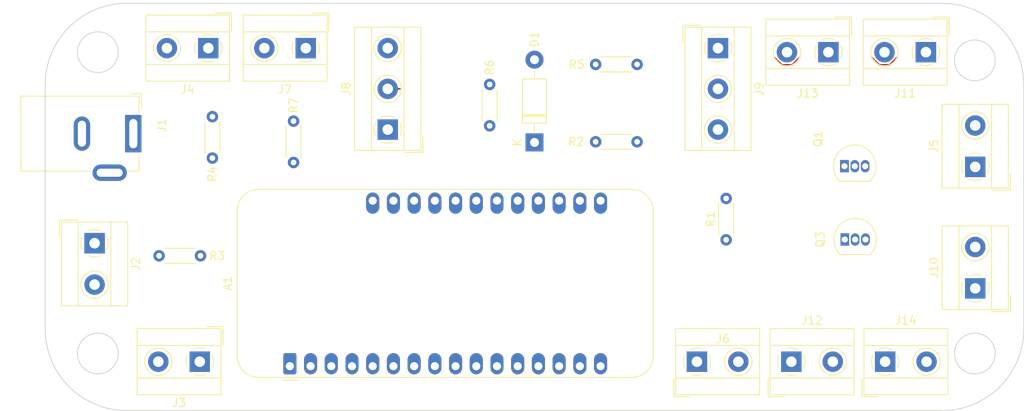
<source format=kicad_pcb>
(kicad_pcb (version 20240108) (generator "pcbnew") (generator_version "8.0")
  (title_block (title "ChargeGuard Pro + (CAD)") (rev "1.0.2") (company "Portland State University") (comment 1 "Cuauhtemoc Gomez, Cody Reid") (comment 2 "Daniel Anishchenko, Tyler Tran"))
  (layers (0 "F.Cu" signal) (31 "B.Cu" signal) (34 "B.Paste" user) (35 "F.Paste" user) (36 "B.SilkS" user "B.Silkscreen") (37 "F.SilkS" user "F.Silkscreen") (38 "B.Mask" user) (39 "F.Mask" user) (44 "Edge.Cuts" user))
  (net 0 "")
  (net 1 "Net-(A1-~{RESET})")
  (net 5 "Net-(A1-A7{slash}IO32)")
  (net 6 "Net-(A1-A8{slash}IO15)")
  (net 11 "Net-(A1-I34{slash}A2)")
  (net 18 "Battery Terminal (AA-)")
  (net 22 "Net-(A1-A6{slash}IO14)")
  (net 24 "I2C Power")
  (net 26 "Net-(D1-A)")
  (net 27 "Battery terminal (AA+)")
  (net 28 "Net-(J4-Pin_1)")
  (net 29 "Net-(J2-Pin_2)")
  (net 30 "Net-(J2-Pin_1)")
  (net 31 "Net-(J7-Pin_1)")
  (net 33 "Net-(J8-Pin_2)")
  (net 34 "Net-(J10-Pin_2)")
  (net 35 "Net-(Q1-B)")
  (net 36 "Net-(A1-SDA{slash}IO23)")
  (net 37 "Power (Buck Converter '+')")
  (net 38 "Net-(A1-SCL{slash}IO22)")
  (footprint "TerminalBlock_MetzConnect:TerminalBlock_MetzConnect_Type101_RT01602HBWC_1x02_P5.08mm_Horizontal" (layer "F.Cu") (at 167 80.5 90)
    (property "Reference" "J10" (at 2.54 -5.06 90) (layer "F.SilkS"))
    (property "Value" "Solenoid")
    (fp_line (start 7.68 -4.06) (end 7.68 4.06) (stroke (width 0.12)) (layer "F.SilkS"))
    (fp_line (start -2.6 -4.06) (end 7.68 -4.06) (stroke (width 0.12)) (layer "F.SilkS"))
    (fp_line (start -2.6 -4.06) (end -2.6 4.06) (stroke (width 0.12)) (layer "F.SilkS"))
    (fp_line (start -2.6 -2) (end 7.68 -2) (stroke (width 0.12)) (layer "F.SilkS"))
    (fp_line (start 6.15 -1.275) (end 6.091 -1.216) (stroke (width 0.12)) (layer "F.SilkS"))
    (fp_line (start 6.355 -1.069) (end 6.261 -0.976) (stroke (width 0.12)) (layer "F.SilkS"))
    (fp_line (start 3.9 0.976) (end 3.806 1.069) (stroke (width 0.12)) (layer "F.SilkS"))
    (fp_line (start 4.07 1.216) (end 4.011 1.274) (stroke (width 0.12)) (layer "F.SilkS"))
    (fp_line (start -2.6 2) (end 7.68 2) (stroke (width 0.12)) (layer "F.SilkS"))
    (fp_line (start -2.84 2.06) (end -2.84 4.3) (stroke (width 0.12)) (layer "F.SilkS"))
    (fp_line (start -2.6 4.06) (end 7.68 4.06) (stroke (width 0.12)) (layer "F.SilkS"))
    (fp_line (start -2.84 4.3) (end -0.84 4.3) (stroke (width 0.12)) (layer "F.SilkS"))
    (fp_arc (start -0.789089 -1.483953) (mid -0.00005 -1.680708) (end 0.789 -1.484) (stroke (width 0.12)) (layer "F.SilkS"))
    (fp_arc (start 1.483953 -0.789089) (mid 1.680708 -0.00005) (end 1.484 0.789) (stroke (width 0.12)) (layer "F.SilkS"))
    (fp_arc (start -1.483953 0.789089) (mid -1.680708 0.00005) (end -1.484 -0.789) (stroke (width 0.12)) (layer "F.SilkS"))
    (fp_arc (start 0.788712 1.483352) (mid 0.406429 1.630097) (end 0 1.68) (stroke (width 0.12)) (layer "F.SilkS"))
    (fp_arc (start 0.029383 1.68045) (mid -0.392304 1.634281) (end -0.789 1.484) (stroke (width 0.12)) (layer "F.SilkS"))
    (fp_circle (center 5.08 0) (end 6.76 0) (stroke (width 0.12)) (fill none) (layer "F.SilkS"))
    (pad "1" thru_hole rect (at 0 0 90) (size 2.5 2.5) (drill 1.3) (layers "*.Cu" "*.Mask") (net 37 "Power (Buck Converter '+')"))
    (pad "2" thru_hole circle (at 5.08 0 90) (size 2.5 2.5) (drill 1.3) (layers "*.Cu" "*.Mask") (net 34 "Net-(J10-Pin_2)"))
  )
  (footprint "TerminalBlock_MetzConnect:TerminalBlock_MetzConnect_Type101_RT01602HBWC_1x02_P5.08mm_Horizontal" (layer "F.Cu") (at 144.45 89.5)
    (property "Reference" "J12" (at 2.54 -5.06 0) (layer "F.SilkS"))
    (property "Value" "Sensor I2C")
    (fp_line (start -2.84 2.06) (end -2.84 4.3) (stroke (width 0.12)) (layer "F.SilkS"))
    (fp_line (start -2.84 4.3) (end -0.84 4.3) (stroke (width 0.12)) (layer "F.SilkS"))
    (fp_line (start -2.6 -4.06) (end -2.6 4.06) (stroke (width 0.12)) (layer "F.SilkS"))
    (fp_line (start -2.6 -4.06) (end 7.68 -4.06) (stroke (width 0.12)) (layer "F.SilkS"))
    (fp_line (start -2.6 -2) (end 7.68 -2) (stroke (width 0.12)) (layer "F.SilkS"))
    (fp_line (start -2.6 2) (end 7.68 2) (stroke (width 0.12)) (layer "F.SilkS"))
    (fp_line (start -2.6 4.06) (end 7.68 4.06) (stroke (width 0.12)) (layer "F.SilkS"))
    (fp_line (start 3.9 0.976) (end 3.806 1.069) (stroke (width 0.12)) (layer "F.SilkS"))
    (fp_line (start 4.07 1.216) (end 4.011 1.274) (stroke (width 0.12)) (layer "F.SilkS"))
    (fp_line (start 6.15 -1.275) (end 6.091 -1.216) (stroke (width 0.12)) (layer "F.SilkS"))
    (fp_line (start 6.355 -1.069) (end 6.261 -0.976) (stroke (width 0.12)) (layer "F.SilkS"))
    (fp_line (start 7.68 -4.06) (end 7.68 4.06) (stroke (width 0.12)) (layer "F.SilkS"))
    (fp_arc (start -1.483953 0.789089) (mid -1.680708 0.00005) (end -1.484 -0.789) (stroke (width 0.12)) (layer "F.SilkS"))
    (fp_arc (start -0.789089 -1.483953) (mid -0.00005 -1.680708) (end 0.789 -1.484) (stroke (width 0.12)) (layer "F.SilkS"))
    (fp_arc (start 0.029383 1.68045) (mid -0.392304 1.634281) (end -0.789 1.484) (stroke (width 0.12)) (layer "F.SilkS"))
    (fp_arc (start 0.788712 1.483352) (mid 0.406429 1.630097) (end 0 1.68) (stroke (width 0.12)) (layer "F.SilkS"))
    (fp_arc (start 1.483953 -0.789089) (mid 1.680708 -0.00005) (end 1.484 0.789) (stroke (width 0.12)) (layer "F.SilkS"))
    (fp_circle (center 5.08 0) (end 6.76 0) (stroke (width 0.12)) (fill none) (layer "F.SilkS"))
    (pad "1" thru_hole rect (at 0 0) (size 2.5 2.5) (drill 1.3) (layers "*.Cu" "*.Mask") (net 36 "Net-(A1-SDA{slash}IO23)"))
    (pad "2" thru_hole circle (at 5.08 0) (size 2.5 2.5) (drill 1.3) (layers "*.Cu" "*.Mask") (net 38 "Net-(A1-SCL{slash}IO22)"))
  )
  (footprint "Resistor_THT:R_Axial_DIN0204_L3.6mm_D1.6mm_P5.08mm_Horizontal" (layer "F.Cu") (at 136.45 74.54 90)
    (property "Reference" "R1" (at 2.54 -1.92 90) (layer "F.SilkS"))
    (property "Value" "4.7k")
    (fp_line (start 0.62 -0.92) (end 4.46 -0.92) (stroke (width 0.12)) (layer "F.SilkS"))
    (fp_line (start 0.62 0.92) (end 4.46 0.92) (stroke (width 0.12)) (layer "F.SilkS"))
    (pad "1" thru_hole circle (at 0 0 90) (size 1.4 1.4) (drill 0.7) (layers "*.Cu" "*.Mask") (net 18 "Battery Terminal (AA-)"))
    (pad "2" thru_hole oval (at 5.08 0 90) (size 1.4 1.4) (drill 0.7) (layers "*.Cu" "*.Mask") (net 22 "Net-(A1-A6{slash}IO14)"))
  )
  (footprint "Package_TO_SOT_THT:TO-92_Inline" (layer "F.Cu") (at 150.96 65.5)
    (property "Reference" "Q1" (at -3.23 -3.36 90) (layer "F.SilkS"))
    (property "Value" "2N3906")
    (fp_line (start -0.53 1.85) (end 3.07 1.85) (stroke (width 0.12)) (layer "F.SilkS"))
    (fp_arc (start -0.568478 1.838478) (mid -1.132087 -0.994977) (end 1.27 -2.6) (stroke (width 0.12)) (layer "F.SilkS"))
    (fp_arc (start 1.27 -2.6) (mid 3.672087 -0.994977) (end 3.108478 1.838478) (stroke (width 0.12)) (layer "F.SilkS"))
    (pad "1" thru_hole rect (at 0 0) (size 1.05 1.5) (drill 0.75) (layers "*.Cu" "*.Mask") (net 18 "Battery Terminal (AA-)"))
    (pad "2" thru_hole oval (at 1.27 0) (size 1.05 1.5) (drill 0.75) (layers "*.Cu" "*.Mask") (net 35 "Net-(Q1-B)"))
    (pad "3" thru_hole oval (at 2.54 0) (size 1.05 1.5) (drill 0.75) (layers "*.Cu" "*.Mask") (net 34 "Net-(J10-Pin_2)"))
  )
  (footprint "Resistor_THT:R_Axial_DIN0204_L3.6mm_D1.6mm_P5.08mm_Horizontal" (layer "F.Cu") (at 125.53 53 180)
    (property "Reference" "R5" (at 7.41 -0.01 0) (layer "F.SilkS"))
    (property "Value" "4.7k")
    (fp_line (start 0.62 0.92) (end 4.46 0.92) (stroke (width 0.12)) (layer "F.SilkS"))
    (fp_line (start 0.62 -0.92) (end 4.46 -0.92) (stroke (width 0.12)) (layer "F.SilkS"))
    (pad "1" thru_hole circle (at 0 0 180) (size 1.4 1.4) (drill 0.7) (layers "*.Cu" "*.Mask") (net 24 "I2C Power"))
    (pad "2" thru_hole oval (at 5.08 0 180) (size 1.4 1.4) (drill 0.7) (layers "*.Cu" "*.Mask") (net 36 "Net-(A1-SDA{slash}IO23)"))
  )
  (footprint "TerminalBlock_MetzConnect:TerminalBlock_MetzConnect_Type101_RT01602HBWC_1x02_P5.08mm_Horizontal" (layer "F.Cu") (at 132.87 89.5)
    (property "Reference" "J6" (at 3.18 -2.79 0) (layer "F.SilkS"))
    (property "Value" "Reset Switch")
    (fp_line (start -2.84 2.06) (end -2.84 4.3) (stroke (width 0.12)) (layer "F.SilkS"))
    (fp_line (start -2.84 4.3) (end -0.84 4.3) (stroke (width 0.12)) (layer "F.SilkS"))
    (fp_line (start -2.6 -4.06) (end -2.6 4.06) (stroke (width 0.12)) (layer "F.SilkS"))
    (fp_line (start -2.6 -4.06) (end 7.68 -4.06) (stroke (width 0.12)) (layer "F.SilkS"))
    (fp_line (start -2.6 -2) (end 7.68 -2) (stroke (width 0.12)) (layer "F.SilkS"))
    (fp_line (start -2.6 2) (end 7.68 2) (stroke (width 0.12)) (layer "F.SilkS"))
    (fp_line (start -2.6 4.06) (end 7.68 4.06) (stroke (width 0.12)) (layer "F.SilkS"))
    (fp_line (start 3.9 0.976) (end 3.806 1.069) (stroke (width 0.12)) (layer "F.SilkS"))
    (fp_line (start 4.07 1.216) (end 4.011 1.274) (stroke (width 0.12)) (layer "F.SilkS"))
    (fp_line (start 6.15 -1.275) (end 6.091 -1.216) (stroke (width 0.12)) (layer "F.SilkS"))
    (fp_line (start 6.355 -1.069) (end 6.261 -0.976) (stroke (width 0.12)) (layer "F.SilkS"))
    (fp_line (start 7.68 -4.06) (end 7.68 4.06) (stroke (width 0.12)) (layer "F.SilkS"))
    (fp_arc (start -1.483953 0.789089) (mid -1.680708 0.00005) (end -1.484 -0.789) (stroke (width 0.12)) (layer "F.SilkS"))
    (fp_arc (start -0.789089 -1.483953) (mid -0.00005 -1.680708) (end 0.789 -1.484) (stroke (width 0.12)) (layer "F.SilkS"))
    (fp_arc (start 0.029383 1.68045) (mid -0.392304 1.634281) (end -0.789 1.484) (stroke (width 0.12)) (layer "F.SilkS"))
    (fp_arc (start 0.788712 1.483352) (mid 0.406429 1.630097) (end 0 1.68) (stroke (width 0.12)) (layer "F.SilkS"))
    (fp_arc (start 1.483953 -0.789089) (mid 1.680708 -0.00005) (end 1.484 0.789) (stroke (width 0.12)) (layer "F.SilkS"))
    (fp_circle (center 5.08 0) (end 6.76 0) (stroke (width 0.12)) (fill none) (layer "F.SilkS"))
    (pad "1" thru_hole rect (at 0 0) (size 2.5 2.5) (drill 1.3) (layers "*.Cu" "*.Mask") (net 1 "Net-(A1-~{RESET})"))
    (pad "2" thru_hole circle (at 5.08 0) (size 2.5 2.5) (drill 1.3) (layers "*.Cu" "*.Mask") (net 18 "Battery Terminal (AA-)"))
  )
  (footprint "Resistor_THT:R_Axial_DIN0204_L3.6mm_D1.6mm_P5.08mm_Horizontal" (layer "F.Cu") (at 83.4 59.96 -90)
    (property "Reference" "R7" (at -1.92 0 90) (layer "F.SilkS"))
    (property "Value" "2.7k")
    (fp_line (start 0.62 0.92) (end 4.46 0.92) (stroke (width 0.12)) (layer "F.SilkS"))
    (fp_line (start 0.62 -0.92) (end 4.46 -0.92) (stroke (width 0.12)) (layer "F.SilkS"))
    (pad "1" thru_hole circle (at 0 0 270) (size 1.4 1.4) (drill 0.7) (layers "*.Cu" "*.Mask") (net 31 "Net-(J7-Pin_1)"))
    (pad "2" thru_hole oval (at 5.08 0 270) (size 1.4 1.4) (drill 0.7) (layers "*.Cu" "*.Mask") (net 37 "Power (Buck Converter '+')"))
  )
  (footprint "TerminalBlock_MetzConnect:TerminalBlock_MetzConnect_Type101_RT01602HBWC_1x02_P5.08mm_Horizontal" (layer "F.Cu") (at 84.9 51 180)
    (property "Reference" "J7" (at 2.54 -5.06 180) (layer "F.SilkS"))
    (property "Value" "Power Push Button")
    (fp_line (start 7.68 -4.06) (end 7.68 4.06) (stroke (width 0.12)) (layer "F.SilkS"))
    (fp_line (start 6.355 -1.069) (end 6.261 -0.976) (stroke (width 0.12)) (layer "F.SilkS"))
    (fp_line (start 6.15 -1.275) (end 6.091 -1.216) (stroke (width 0.12)) (layer "F.SilkS"))
    (fp_line (start 4.07 1.216) (end 4.011 1.274) (stroke (width 0.12)) (layer "F.SilkS"))
    (fp_line (start 3.9 0.976) (end 3.806 1.069) (stroke (width 0.12)) (layer "F.SilkS"))
    (fp_line (start -2.6 4.06) (end 7.68 4.06) (stroke (width 0.12)) (layer "F.SilkS"))
    (fp_line (start -2.6 2) (end 7.68 2) (stroke (width 0.12)) (layer "F.SilkS"))
    (fp_line (start -2.6 -2) (end 7.68 -2) (stroke (width 0.12)) (layer "F.SilkS"))
    (fp_line (start -2.6 -4.06) (end 7.68 -4.06) (stroke (width 0.12)) (layer "F.SilkS"))
    (fp_line (start -2.6 -4.06) (end -2.6 4.06) (stroke (width 0.12)) (layer "F.SilkS"))
    (fp_line (start -2.84 4.3) (end -0.84 4.3) (stroke (width 0.12)) (layer "F.SilkS"))
    (fp_line (start -2.84 2.06) (end -2.84 4.3) (stroke (width 0.12)) (layer "F.SilkS"))
    (fp_arc (start 1.483953 -0.789089) (mid 1.680708 -0.00005) (end 1.484 0.789) (stroke (width 0.12)) (layer "F.SilkS"))
    (fp_arc (start 0.788712 1.483352) (mid 0.406429 1.630097) (end 0 1.68) (stroke (width 0.12)) (layer "F.SilkS"))
    (fp_arc (start 0.029383 1.68045) (mid -0.392304 1.634281) (end -0.789 1.484) (stroke (width 0.12)) (layer "F.SilkS"))
    (fp_arc (start -0.789089 -1.483953) (mid -0.00005 -1.680708) (end 0.789 -1.484) (stroke (width 0.12)) (layer "F.SilkS"))
    (fp_arc (start -1.483953 0.789089) (mid -1.680708 0.00005) (end -1.484 -0.789) (stroke (width 0.12)) (layer "F.SilkS"))
    (fp_circle (center 5.08 0) (end 6.76 0) (stroke (width 0.12)) (fill none) (layer "F.SilkS"))
    (pad "1" thru_hole rect (at 0 0 180) (size 2.5 2.5) (drill 1.3) (layers "*.Cu" "*.Mask") (net 31 "Net-(J7-Pin_1)"))
    (pad "2" thru_hole circle (at 5.08 0 180) (size 2.5 2.5) (drill 1.3) (layers "*.Cu" "*.Mask") (net 22 "Net-(A1-A6{slash}IO14)"))
  )
  (footprint "Resistor_THT:R_Axial_DIN0204_L3.6mm_D1.6mm_P5.08mm_Horizontal" (layer "F.Cu") (at 107.45 55.46 -90)
    (property "Reference" "R6" (at -2.09 0 90) (layer "F.SilkS"))
    (property "Value" "26")
    (fp_line (start 0.62 0.92) (end 4.46 0.92) (stroke (width 0.12)) (layer "F.SilkS"))
    (fp_line (start 0.62 -0.92) (end 4.46 -0.92) (stroke (width 0.12)) (layer "F.SilkS"))
    (pad "1" thru_hole circle (at 0 0 270) (size 1.4 1.4) (drill 0.7) (layers "*.Cu" "*.Mask") (net 26 "Net-(D1-A)"))
    (pad "2" thru_hole oval (at 5.08 0 270) (size 1.4 1.4) (drill 0.7) (layers "*.Cu" "*.Mask") (net 33 "Net-(J8-Pin_2)"))
  )
  (footprint "TerminalBlock_MetzConnect:TerminalBlock_MetzConnect_Type101_RT01602HBWC_1x02_P5.08mm_Horizontal" (layer "F.Cu") (at 160.95 51.5 180)
    (property "Reference" "J11" (at 2.54 -5.06 0) (layer "F.SilkS"))
    (property "Value" "Sensor Power")
    (fp_line (start 7.68 -4.06) (end 7.68 4.06) (stroke (width 0.12)) (layer "F.SilkS"))
    (fp_line (start 6.355 -1.069) (end 6.261 -0.976) (stroke (width 0.12)) (layer "F.SilkS"))
    (fp_line (start 6.15 -1.275) (end 6.091 -1.216) (stroke (width 0.12)) (layer "F.SilkS"))
    (fp_line (start 4.07 1.216) (end 4.011 1.274) (stroke (width 0.12)) (layer "F.SilkS"))
    (fp_line (start 3.9 0.976) (end 3.806 1.069) (stroke (width 0.12)) (layer "F.SilkS"))
    (fp_line (start -2.6 4.06) (end 7.68 4.06) (stroke (width 0.12)) (layer "F.SilkS"))
    (fp_line (start -2.6 2) (end 7.68 2) (stroke (width 0.12)) (layer "F.SilkS"))
    (fp_line (start -2.6 -2) (end 7.68 -2) (stroke (width 0.12)) (layer "F.SilkS"))
    (fp_line (start -2.6 -4.06) (end 7.68 -4.06) (stroke (width 0.12)) (layer "F.SilkS"))
    (fp_line (start -2.6 -4.06) (end -2.6 4.06) (stroke (width 0.12)) (layer "F.SilkS"))
    (fp_line (start -2.84 4.3) (end -0.84 4.3) (stroke (width 0.12)) (layer "F.SilkS"))
    (fp_line (start -2.84 2.06) (end -2.84 4.3) (stroke (width 0.12)) (layer "F.SilkS"))
    (fp_arc (start 1.483953 -0.789089) (mid 1.680708 -0.00005) (end 1.484 0.789) (stroke (width 0.12)) (layer "F.SilkS"))
    (fp_arc (start 0.788712 1.483352) (mid 0.406429 1.630097) (end 0 1.68) (stroke (width 0.12)) (layer "F.SilkS"))
    (fp_arc (start 0.029383 1.68045) (mid -0.392304 1.634281) (end -0.789 1.484) (stroke (width 0.12)) (layer "F.SilkS"))
    (fp_arc (start -0.789089 -1.483953) (mid -0.00005 -1.680708) (end 0.789 -1.484) (stroke (width 0.12)) (layer "F.SilkS"))
    (fp_arc (start -1.483953 0.789089) (mid -1.680708 0.00005) (end -1.484 -0.789) (stroke (width 0.12)) (layer "F.SilkS"))
    (fp_circle (center 5.08 0) (end 6.76 0) (stroke (width 0.12)) (fill none) (layer "F.SilkS"))
    (pad "1" thru_hole rect (at 0 0 180) (size 2.5 2.5) (drill 1.3) (layers "*.Cu" "*.Mask") (net 18 "Battery Terminal (AA-)"))
    (pad "2" thru_hole circle (at 5.08 0 180) (size 2.5 2.5) (drill 1.3) (layers "*.Cu" "*.Mask") (net 37 "Power (Buck Converter '+')"))
  )
  (footprint "Resistor_THT:R_Axial_DIN0204_L3.6mm_D1.6mm_P5.08mm_Horizontal" (layer "F.Cu") (at 66.91 76.5)
    (property "Reference" "R3" (at 7.12 0 0) (layer "F.SilkS"))
    (property "Value" "1k")
    (fp_line (start 0.62 -0.92) (end 4.46 -0.92) (stroke (width 0.12)) (layer "F.SilkS"))
    (fp_line (start 0.62 0.92) (end 4.46 0.92) (stroke (width 0.12)) (layer "F.SilkS"))
    (pad "1" thru_hole circle (at 0 0) (size 1.4 1.4) (drill 0.7) (layers "*.Cu" "*.Mask") (net 18 "Battery Terminal (AA-)"))
    (pad "2" thru_hole oval (at 5.08 0) (size 1.4 1.4) (drill 0.7) (layers "*.Cu" "*.Mask") (net 6 "Net-(A1-A8{slash}IO15)"))
  )
  (footprint "TerminalBlock_MetzConnect:TerminalBlock_MetzConnect_Type055_RT01503HDWU_1x03_P5.00mm_Horizontal" (layer "F.Cu") (at 94.95 61 90)
    (property "Reference" "J8" (at 5 -5.06 90) (layer "F.SilkS"))
    (property "Value" "Relay Module Logic")
    (fp_line (start 12.56 -4.06) (end 12.56 4.06) (stroke (width 0.12)) (layer "F.SilkS"))
    (fp_line (start -2.56 -4.06) (end 12.56 -4.06) (stroke (width 0.12)) (layer "F.SilkS"))
    (fp_line (start -2.56 -4.06) (end -2.56 4.06) (stroke (width 0.12)) (layer "F.SilkS"))
    (fp_line (start -2.56 -2) (end 12.56 -2) (stroke (width 0.12)) (layer "F.SilkS"))
    (fp_line (start 11.07 -1.275) (end 11.011 -1.216) (stroke (width 0.12)) (layer "F.SilkS"))
    (fp_line (start 6.07 -1.275) (end 6.011 -1.216) (stroke (width 0.12)) (layer "F.SilkS"))
    (fp_line (start 11.275 -1.069) (end 11.181 -0.976) (stroke (width 0.12)) (layer "F.SilkS"))
    (fp_line (start 6.275 -1.069) (end 6.181 -0.976) (stroke (width 0.12)) (layer "F.SilkS"))
    (fp_line (start 8.82 0.976) (end 8.726 1.069) (stroke (width 0.12)) (layer "F.SilkS"))
    (fp_line (start 3.82 0.976) (end 3.726 1.069) (stroke (width 0.12)) (layer "F.SilkS"))
    (fp_line (start 8.99 1.216) (end 8.931 1.274) (stroke (width 0.12)) (layer "F.SilkS"))
    (fp_line (start 3.99 1.216) (end 3.931 1.274) (stroke (width 0.12)) (layer "F.SilkS"))
    (fp_line (start -2.56 2) (end 12.56 2) (stroke (width 0.12)) (layer "F.SilkS"))
    (fp_line (start -2.8 2.06) (end -2.8 4.3) (stroke (width 0.12)) (layer "F.SilkS"))
    (fp_line (start -2.56 4.06) (end 12.56 4.06) (stroke (width 0.12)) (layer "F.SilkS"))
    (fp_line (start -2.8 4.3) (end -0.8 4.3) (stroke (width 0.12)) (layer "F.SilkS"))
    (fp_arc (start -0.789089 -1.483953) (mid -0.00005 -1.680708) (end 0.789 -1.484) (stroke (width 0.12)) (layer "F.SilkS"))
    (fp_arc (start 1.483953 -0.789089) (mid 1.680708 -0.00005) (end 1.484 0.789) (stroke (width 0.12)) (layer "F.SilkS"))
    (fp_arc (start -1.483953 0.789089) (mid -1.680708 0.00005) (end -1.484 -0.789) (stroke (width 0.12)) (layer "F.SilkS"))
    (fp_arc (start 0.788712 1.483352) (mid 0.406429 1.630097) (end 0 1.68) (stroke (width 0.12)) (layer "F.SilkS"))
    (fp_arc (start 0.029383 1.68045) (mid -0.392304 1.634281) (end -0.789 1.484) (stroke (width 0.12)) (layer "F.SilkS"))
    (fp_circle (center 10 0) (end 11.68 0) (stroke (width 0.12)) (fill none) (layer "F.SilkS"))
    (fp_circle (center 5 0) (end 6.68 0) (stroke (width 0.12)) (fill none) (layer "F.SilkS"))
    (pad "1" thru_hole rect (at 0 0 90) (size 2.5 2.5) (drill 1.3) (layers "*.Cu" "*.Mask"))
    (pad "2" thru_hole circle (at 5 0 90) (size 2.5 2.5) (drill 1.3) (layers "*.Cu" "*.Mask") (net 33 "Net-(J8-Pin_2)"))
    (pad "3" thru_hole circle (at 10 0 90) (size 2.5 2.5) (drill 1.3) (layers "*.Cu" "*.Mask") (net 37 "Power (Buck Converter '+')"))
  )
  (footprint "TerminalBlock_MetzConnect:TerminalBlock_MetzConnect_Type101_RT01602HBWC_1x02_P5.08mm_Horizontal" (layer "F.Cu") (at 72.95 51 180)
    (property "Reference" "J4" (at 2.54 -5.06 0) (layer "F.SilkS"))
    (property "Value" "Power Switch")
    (fp_line (start 7.68 -4.06) (end 7.68 4.06) (stroke (width 0.12)) (layer "F.SilkS"))
    (fp_line (start 6.355 -1.069) (end 6.261 -0.976) (stroke (width 0.12)) (layer "F.SilkS"))
    (fp_line (start 6.15 -1.275) (end 6.091 -1.216) (stroke (width 0.12)) (layer "F.SilkS"))
    (fp_line (start 4.07 1.216) (end 4.011 1.274) (stroke (width 0.12)) (layer "F.SilkS"))
    (fp_line (start 3.9 0.976) (end 3.806 1.069) (stroke (width 0.12)) (layer "F.SilkS"))
    (fp_line (start -2.6 4.06) (end 7.68 4.06) (stroke (width 0.12)) (layer "F.SilkS"))
    (fp_line (start -2.6 2) (end 7.68 2) (stroke (width 0.12)) (layer "F.SilkS"))
    (fp_line (start -2.6 -2) (end 7.68 -2) (stroke (width 0.12)) (layer "F.SilkS"))
    (fp_line (start -2.6 -4.06) (end 7.68 -4.06) (stroke (width 0.12)) (layer "F.SilkS"))
    (fp_line (start -2.6 -4.06) (end -2.6 4.06) (stroke (width 0.12)) (layer "F.SilkS"))
    (fp_line (start -2.84 4.3) (end -0.84 4.3) (stroke (width 0.12)) (layer "F.SilkS"))
    (fp_line (start -2.84 2.06) (end -2.84 4.3) (stroke (width 0.12)) (layer "F.SilkS"))
    (fp_arc (start 1.483953 -0.789089) (mid 1.680708 -0.00005) (end 1.484 0.789) (stroke (width 0.12)) (layer "F.SilkS"))
    (fp_arc (start 0.788712 1.483352) (mid 0.406429 1.630097) (end 0 1.68) (stroke (width 0.12)) (layer "F.SilkS"))
    (fp_arc (start 0.029383 1.68045) (mid -0.392304 1.634281) (end -0.789 1.484) (stroke (width 0.12)) (layer "F.SilkS"))
    (fp_arc (start -0.789089 -1.483953) (mid -0.00005 -1.680708) (end 0.789 -1.484) (stroke (width 0.12)) (layer "F.SilkS"))
    (fp_arc (start -1.483953 0.789089) (mid -1.680708 0.00005) (end -1.484 -0.789) (stroke (width 0.12)) (layer "F.SilkS"))
    (fp_circle (center 5.08 0) (end 6.76 0) (stroke (width 0.12)) (fill none) (layer "F.SilkS"))
    (pad "1" thru_hole rect (at 0 0 180) (size 2.5 2.5) (drill 1.3) (layers "*.Cu" "*.Mask") (net 28 "Net-(J4-Pin_1)"))
    (pad "2" thru_hole circle (at 5.08 0 180) (size 2.5 2.5) (drill 1.3) (layers "*.Cu" "*.Mask") (net 30 "Net-(J2-Pin_1)"))
  )
  (footprint "TerminalBlock_MetzConnect:TerminalBlock_MetzConnect_Type101_RT01602HBWC_1x02_P5.08mm_Horizontal" (layer "F.Cu") (at 155.95 89.5)
    (property "Reference" "J14" (at 2.54 -5.06 0) (layer "F.SilkS"))
    (property "Value" "OLED I2C")
    (fp_line (start -2.84 2.06) (end -2.84 4.3) (stroke (width 0.12)) (layer "F.SilkS"))
    (fp_line (start -2.84 4.3) (end -0.84 4.3) (stroke (width 0.12)) (layer "F.SilkS"))
    (fp_line (start -2.6 -4.06) (end -2.6 4.06) (stroke (width 0.12)) (layer "F.SilkS"))
    (fp_line (start -2.6 -4.06) (end 7.68 -4.06) (stroke (width 0.12)) (layer "F.SilkS"))
    (fp_line (start -2.6 -2) (end 7.68 -2) (stroke (width 0.12)) (layer "F.SilkS"))
    (fp_line (start -2.6 2) (end 7.68 2) (stroke (width 0.12)) (layer "F.SilkS"))
    (fp_line (start -2.6 4.06) (end 7.68 4.06) (stroke (width 0.12)) (layer "F.SilkS"))
    (fp_line (start 3.9 0.976) (end 3.806 1.069) (stroke (width 0.12)) (layer "F.SilkS"))
    (fp_line (start 4.07 1.216) (end 4.011 1.274) (stroke (width 0.12)) (layer "F.SilkS"))
    (fp_line (start 6.15 -1.275) (end 6.091 -1.216) (stroke (width 0.12)) (layer "F.SilkS"))
    (fp_line (start 6.355 -1.069) (end 6.261 -0.976) (stroke (width 0.12)) (layer "F.SilkS"))
    (fp_line (start 7.68 -4.06) (end 7.68 4.06) (stroke (width 0.12)) (layer "F.SilkS"))
    (fp_arc (start -1.483953 0.789089) (mid -1.680708 0.00005) (end -1.484 -0.789) (stroke (width 0.12)) (layer "F.SilkS"))
    (fp_arc (start -0.789089 -1.483953) (mid -0.00005 -1.680708) (end 0.789 -1.484) (stroke (width 0.12)) (layer "F.SilkS"))
    (fp_arc (start 0.029383 1.68045) (mid -0.392304 1.634281) (end -0.789 1.484) (stroke (width 0.12)) (layer "F.SilkS"))
    (fp_arc (start 0.788712 1.483352) (mid 0.406429 1.630097) (end 0 1.68) (stroke (width 0.12)) (layer "F.SilkS"))
    (fp_arc (start 1.483953 -0.789089) (mid 1.680708 -0.00005) (end 1.484 0.789) (stroke (width 0.12)) (layer "F.SilkS"))
    (fp_circle (center 5.08 0) (end 6.76 0) (stroke (width 0.12)) (fill none) (layer "F.SilkS"))
    (pad "1" thru_hole rect (at 0 0) (size 2.5 2.5) (drill 1.3) (layers "*.Cu" "*.Mask") (net 36 "Net-(A1-SDA{slash}IO23)"))
    (pad "2" thru_hole circle (at 5.08 0) (size 2.5 2.5) (drill 1.3) (layers "*.Cu" "*.Mask") (net 38 "Net-(A1-SCL{slash}IO22)"))
  )
  (footprint "TerminalBlock_MetzConnect:TerminalBlock_MetzConnect_Type101_RT01602HBWC_1x02_P5.08mm_Horizontal" (layer "F.Cu") (at 71.9 89.5 180)
    (property "Reference" "J3" (at 2.54 -5.06 0) (layer "F.SilkS"))
    (property "Value" "Buck Converter (5V Input)")
    (fp_line (start 7.68 -4.06) (end 7.68 4.06) (stroke (width 0.12)) (layer "F.SilkS"))
    (fp_line (start 6.355 -1.069) (end 6.261 -0.976) (stroke (width 0.12)) (layer "F.SilkS"))
    (fp_line (start 6.15 -1.275) (end 6.091 -1.216) (stroke (width 0.12)) (layer "F.SilkS"))
    (fp_line (start 4.07 1.216) (end 4.011 1.274) (stroke (width 0.12)) (layer "F.SilkS"))
    (fp_line (start 3.9 0.976) (end 3.806 1.069) (stroke (width 0.12)) (layer "F.SilkS"))
    (fp_line (start -2.6 4.06) (end 7.68 4.06) (stroke (width 0.12)) (layer "F.SilkS"))
    (fp_line (start -2.6 2) (end 7.68 2) (stroke (width 0.12)) (layer "F.SilkS"))
    (fp_line (start -2.6 -2) (end 7.68 -2) (stroke (width 0.12)) (layer "F.SilkS"))
    (fp_line (start -2.6 -4.06) (end 7.68 -4.06) (stroke (width 0.12)) (layer "F.SilkS"))
    (fp_line (start -2.6 -4.06) (end -2.6 4.06) (stroke (width 0.12)) (layer "F.SilkS"))
    (fp_line (start -2.84 4.3) (end -0.84 4.3) (stroke (width 0.12)) (layer "F.SilkS"))
    (fp_line (start -2.84 2.06) (end -2.84 4.3) (stroke (width 0.12)) (layer "F.SilkS"))
    (fp_arc (start 1.483953 -0.789089) (mid 1.680708 -0.00005) (end 1.484 0.789) (stroke (width 0.12)) (layer "F.SilkS"))
    (fp_arc (start 0.788712 1.483352) (mid 0.406429 1.630097) (end 0 1.68) (stroke (width 0.12)) (layer "F.SilkS"))
    (fp_arc (start 0.029383 1.68045) (mid -0.392304 1.634281) (end -0.789 1.484) (stroke (width 0.12)) (layer "F.SilkS"))
    (fp_arc (start -0.789089 -1.483953) (mid -0.00005 -1.680708) (end 0.789 -1.484) (stroke (width 0.12)) (layer "F.SilkS"))
    (fp_arc (start -1.483953 0.789089) (mid -1.680708 0.00005) (end -1.484 -0.789) (stroke (width 0.12)) (layer "F.SilkS"))
    (fp_circle (center 5.08 0) (end 6.76 0) (stroke (width 0.12)) (fill none) (layer "F.SilkS"))
    (pad "1" thru_hole rect (at 0 0 180) (size 2.5 2.5) (drill 1.3) (layers "*.Cu" "*.Mask") (net 37 "Power (Buck Converter '+')"))
    (pad "2" thru_hole circle (at 5.08 0 180) (size 2.5 2.5) (drill 1.3) (layers "*.Cu" "*.Mask") (net 18 "Battery Terminal (AA-)"))
  )
  (footprint "Resistor_THT:R_Axial_DIN0204_L3.6mm_D1.6mm_P5.08mm_Horizontal" (layer "F.Cu") (at 125.53 62.5 180)
    (property "Reference" "R2" (at 7.49 0 0) (layer "F.SilkS"))
    (property "Value" "4.7k")
    (fp_line (start 0.62 0.92) (end 4.46 0.92) (stroke (width 0.12)) (layer "F.SilkS"))
    (fp_line (start 0.62 -0.92) (end 4.46 -0.92) (stroke (width 0.12)) (layer "F.SilkS"))
    (pad "1" thru_hole circle (at 0 0 180) (size 1.4 1.4) (drill 0.7) (layers "*.Cu" "*.Mask") (net 24 "I2C Power"))
    (pad "2" thru_hole oval (at 5.08 0 180) (size 1.4 1.4) (drill 0.7) (layers "*.Cu" "*.Mask") (net 38 "Net-(A1-SCL{slash}IO22)"))
  )
  (footprint "Diode_THT:D_DO-41_SOD81_P10.16mm_Horizontal" (layer "F.Cu") (at 112.95 62.58 90)
    (property "Reference" "D1" (at 12.66 0 90) (layer "F.SilkS"))
    (property "Value" "1N5819")
    (fp_line (start 7.8 -1.47) (end 2.36 -1.47) (stroke (width 0.12)) (layer "F.SilkS"))
    (fp_line (start 3.38 -1.47) (end 3.38 1.47) (stroke (width 0.12)) (layer "F.SilkS"))
    (fp_line (start 3.26 -1.47) (end 3.26 1.47) (stroke (width 0.12)) (layer "F.SilkS"))
    (fp_line (start 3.14 -1.47) (end 3.14 1.47) (stroke (width 0.12)) (layer "F.SilkS"))
    (fp_line (start 2.36 -1.47) (end 2.36 1.47) (stroke (width 0.12)) (layer "F.SilkS"))
    (fp_line (start 8.82 0) (end 7.8 0) (stroke (width 0.12)) (layer "F.SilkS"))
    (fp_line (start 1.34 0) (end 2.36 0) (stroke (width 0.12)) (layer "F.SilkS"))
    (fp_line (start 7.8 1.47) (end 7.8 -1.47) (stroke (width 0.12)) (layer "F.SilkS"))
    (fp_line (start 2.36 1.47) (end 7.8 1.47) (stroke (width 0.12)) (layer "F.SilkS"))
    (fp_text user "K" (at 0 -2.1 90) (layer "F.SilkS"))
    (pad "1" thru_hole rect (at 0 0 90) (size 2.2 2.2) (drill 1.1) (layers "*.Cu" "*.Mask") (net 27 "Battery terminal (AA+)"))
    (pad "2" thru_hole oval (at 10.16 0 90) (size 2.2 2.2) (drill 1.1) (layers "*.Cu" "*.Mask") (net 26 "Net-(D1-A)"))
  )
  (footprint "TerminalBlock_MetzConnect:TerminalBlock_MetzConnect_Type055_RT01503HDWU_1x03_P5.00mm_Horizontal" (layer "F.Cu") (at 135.45 51 -90)
    (property "Reference" "J9" (at 5 -5.06 -90) (layer "F.SilkS"))
    (property "Value" "Relay Module Power")
    (fp_line (start -2.8 4.3) (end -0.8 4.3) (stroke (width 0.12)) (layer "F.SilkS"))
    (fp_line (start -2.56 4.06) (end 12.56 4.06) (stroke (width 0.12)) (layer "F.SilkS"))
    (fp_line (start -2.8 2.06) (end -2.8 4.3) (stroke (width 0.12)) (layer "F.SilkS"))
    (fp_line (start -2.56 2) (end 12.56 2) (stroke (width 0.12)) (layer "F.SilkS"))
    (fp_line (start 3.99 1.216) (end 3.931 1.274) (stroke (width 0.12)) (layer "F.SilkS"))
    (fp_line (start 8.99 1.216) (end 8.931 1.274) (stroke (width 0.12)) (layer "F.SilkS"))
    (fp_line (start 3.82 0.976) (end 3.726 1.069) (stroke (width 0.12)) (layer "F.SilkS"))
    (fp_line (start 8.82 0.976) (end 8.726 1.069) (stroke (width 0.12)) (layer "F.SilkS"))
    (fp_line (start 6.275 -1.069) (end 6.181 -0.976) (stroke (width 0.12)) (layer "F.SilkS"))
    (fp_line (start 11.275 -1.069) (end 11.181 -0.976) (stroke (width 0.12)) (layer "F.SilkS"))
    (fp_line (start 6.07 -1.275) (end 6.011 -1.216) (stroke (width 0.12)) (layer "F.SilkS"))
    (fp_line (start 11.07 -1.275) (end 11.011 -1.216) (stroke (width 0.12)) (layer "F.SilkS"))
    (fp_line (start -2.56 -2) (end 12.56 -2) (stroke (width 0.12)) (layer "F.SilkS"))
    (fp_line (start -2.56 -4.06) (end -2.56 4.06) (stroke (width 0.12)) (layer "F.SilkS"))
    (fp_line (start -2.56 -4.06) (end 12.56 -4.06) (stroke (width 0.12)) (layer "F.SilkS"))
    (fp_line (start 12.56 -4.06) (end 12.56 4.06) (stroke (width 0.12)) (layer "F.SilkS"))
    (fp_arc (start 0.029383 1.68045) (mid -0.392304 1.634281) (end -0.789 1.484) (stroke (width 0.12)) (layer "F.SilkS"))
    (fp_arc (start 0.788712 1.483352) (mid 0.406429 1.630097) (end 0 1.68) (stroke (width 0.12)) (layer "F.SilkS"))
    (fp_arc (start -1.483953 0.789089) (mid -1.680708 0.00005) (end -1.484 -0.789) (stroke (width 0.12)) (layer "F.SilkS"))
    (fp_arc (start 1.483953 -0.789089) (mid 1.680708 -0.00005) (end 1.484 0.789) (stroke (width 0.12)) (layer "F.SilkS"))
    (fp_arc (start -0.789089 -1.483953) (mid -0.00005 -1.680708) (end 0.789 -1.484) (stroke (width 0.12)) (layer "F.SilkS"))
    (fp_circle (center 5 0) (end 6.68 0) (stroke (width 0.12)) (fill none) (layer "F.SilkS"))
    (fp_circle (center 10 0) (end 11.68 0) (stroke (width 0.12)) (fill none) (layer "F.SilkS"))
    (pad "1" thru_hole rect (at 0 0 270) (size 2.5 2.5) (drill 1.3) (layers "*.Cu" "*.Mask") (net 37 "Power (Buck Converter '+')"))
    (pad "2" thru_hole circle (at 5 0 270) (size 2.5 2.5) (drill 1.3) (layers "*.Cu" "*.Mask") (net 18 "Battery Terminal (AA-)"))
    (pad "3" thru_hole circle (at 10 0 270) (size 2.5 2.5) (drill 1.3) (layers "*.Cu" "*.Mask") (net 5 "Net-(A1-A7{slash}IO32)"))
  )
  (footprint "Package_TO_SOT_THT:TO-92_Inline" (layer "F.Cu") (at 151 74.5)
    (property "Reference" "Q3" (at -3 0 90) (layer "F.SilkS"))
    (property "Value" "2N7000")
    (fp_line (start -0.53 1.85) (end 3.07 1.85) (stroke (width 0.12)) (layer "F.SilkS"))
    (fp_arc (start -0.568478 1.838478) (mid -1.132087 -0.994977) (end 1.27 -2.6) (stroke (width 0.12)) (layer "F.SilkS"))
    (fp_arc (start 1.27 -2.6) (mid 3.672087 -0.994977) (end 3.108478 1.838478) (stroke (width 0.12)) (layer "F.SilkS"))
    (pad "1" thru_hole rect (at 0 0) (size 1.05 1.5) (drill 0.75) (layers "*.Cu" "*.Mask") (net 18 "Battery Terminal (AA-)"))
    (pad "2" thru_hole oval (at 1.27 0) (size 1.05 1.5) (drill 0.75) (layers "*.Cu" "*.Mask") (net 11 "Net-(A1-I34{slash}A2)"))
    (pad "3" thru_hole oval (at 2.54 0) (size 1.05 1.5) (drill 0.75) (layers "*.Cu" "*.Mask") (net 35 "Net-(Q1-B)"))
  )
  (footprint "Module:Adafruit_Feather" (layer "F.Cu") (at 82.95 90.0525 90)
    (property "Reference" "A1" (at 10.16 -7.62 90) (layer "F.SilkS"))
    (property "Value" "Adafruit_Feather_HUZZAH32_ESP32")
    (fp_line (start 19.05 -6.46) (end 1.27 -6.46) (stroke (width 0.12)) (layer "F.SilkS"))
    (fp_line (start 21.7 -3.81) (end 21.7 41.91) (stroke (width 0.12)) (layer "F.SilkS"))
    (fp_line (start -1.38 -3.81) (end -1.38 41.91) (stroke (width 0.12)) (layer "F.SilkS"))
    (fp_line (start -1.7 1) (end -1.7 -1) (stroke (width 0.12)) (layer "F.SilkS"))
    (fp_line (start 19.05 44.56) (end 1.27 44.56) (stroke (width 0.12)) (layer "F.SilkS"))
    (fp_arc (start 19.05 -6.46) (mid 20.923833 -5.683833) (end 21.7 -3.81) (stroke (width 0.12)) (layer "F.SilkS"))
    (fp_arc (start -1.38 -3.81) (mid -0.603833 -5.683833) (end 1.27 -6.46) (stroke (width 0.12)) (layer "F.SilkS"))
    (fp_arc (start 21.7 41.91) (mid 20.923833 43.783833) (end 19.05 44.56) (stroke (width 0.12)) (layer "F.SilkS"))
    (fp_arc (start 1.27 44.56) (mid -0.603833 43.783833) (end -1.38 41.91) (stroke (width 0.12)) (layer "F.SilkS"))
    (pad "1" thru_hole roundrect (at 0 0 90) (size 2.6 1.6) (drill 1 (offset 0.3 0)) (layers "*.Cu" "*.Mask") (roundrect_rratio 0.15625) (net 1 "Net-(A1-~{RESET})"))
    (pad "2" thru_hole oval (at 0 2.54 90) (size 2.6 1.6) (drill 1 (offset 0.3 0)) (layers "*.Cu" "*.Mask") (net 24 "I2C Power"))
    (pad "3" thru_hole oval (at 0 5.08 90) (size 2.6 1.6) (drill 1 (offset 0.3 0)) (layers "*.Cu" "*.Mask"))
    (pad "4" thru_hole oval (at 0 7.62 90) (size 2.6 1.6) (drill 1 (offset 0.3 0)) (layers "*.Cu" "*.Mask") (net 18 "Battery Terminal (AA-)"))
    (pad "5" thru_hole oval (at 0 10.16 90) (size 2.6 1.6) (drill 1 (offset 0.3 0)) (layers "*.Cu" "*.Mask"))
    (pad "6" thru_hole oval (at 0 12.7 90) (size 2.6 1.6) (drill 1 (offset 0.3 0)) (layers "*.Cu" "*.Mask"))
    (pad "7" thru_hole oval (at 0 15.24 90) (size 2.6 1.6) (drill 1 (offset 0.3 0)) (layers "*.Cu" "*.Mask") (net 11 "Net-(A1-I34{slash}A2)"))
    (pad "8" thru_hole oval (at 0 17.78 90) (size 2.6 1.6) (drill 1 (offset 0.3 0)) (layers "*.Cu" "*.Mask"))
    (pad "9" thru_hole oval (at 0 20.32 90) (size 2.6 1.6) (drill 1 (offset 0.3 0)) (layers "*.Cu" "*.Mask"))
    (pad "10" thru_hole oval (at 0 22.86 90) (size 2.6 1.6) (drill 1 (offset 0.3 0)) (layers "*.Cu" "*.Mask"))
    (pad "11" thru_hole oval (at 0 25.4 90) (size 2.6 1.6) (drill 1 (offset 0.3 0)) (layers "*.Cu" "*.Mask"))
    (pad "12" thru_hole oval (at 0 27.94 90) (size 2.6 1.6) (drill 1 (offset 0.3 0)) (layers "*.Cu" "*.Mask"))
    (pad "13" thru_hole oval (at 0 30.48 90) (size 2.6 1.6) (drill 1 (offset 0.3 0)) (layers "*.Cu" "*.Mask"))
    (pad "14" thru_hole oval (at 0 33.02 90) (size 2.6 1.6) (drill 1 (offset 0.3 0)) (layers "*.Cu" "*.Mask"))
    (pad "15" thru_hole oval (at 0 35.56 90) (size 2.6 1.6) (drill 1 (offset 0.3 0)) (layers "*.Cu" "*.Mask"))
    (pad "16" thru_hole oval (at 0 38.1 90) (size 2.6 1.6) (drill 1 (offset 0.3 0)) (layers "*.Cu" "*.Mask"))
    (pad "17" thru_hole oval (at 20.32 38.1 270) (size 2.6 1.6) (drill 1 (offset 0.3 0)) (layers "*.Cu" "*.Mask") (net 36 "Net-(A1-SDA{slash}IO23)"))
    (pad "18" thru_hole oval (at 20.32 35.56 270) (size 2.6 1.6) (drill 1 (offset 0.3 0)) (layers "*.Cu" "*.Mask") (net 38 "Net-(A1-SCL{slash}IO22)"))
    (pad "19" thru_hole oval (at 20.32 33.02 270) (size 2.6 1.6) (drill 1 (offset 0.3 0)) (layers "*.Cu" "*.Mask") (net 22 "Net-(A1-A6{slash}IO14)"))
    (pad "20" thru_hole oval (at 20.32 30.48 270) (size 2.6 1.6) (drill 1 (offset 0.3 0)) (layers "*.Cu" "*.Mask") (net 5 "Net-(A1-A7{slash}IO32)"))
    (pad "21" thru_hole oval (at 20.32 27.94 270) (size 2.6 1.6) (drill 1 (offset 0.3 0)) (layers "*.Cu" "*.Mask") (net 6 "Net-(A1-A8{slash}IO15)"))
    (pad "22" thru_hole oval (at 20.32 25.4 270) (size 2.6 1.6) (drill 1 (offset 0.3 0)) (layers "*.Cu" "*.Mask"))
    (pad "23" thru_hole oval (at 20.32 22.86 270) (size 2.6 1.6) (drill 1 (offset 0.3 0)) (layers "*.Cu" "*.Mask"))
    (pad "24" thru_hole oval (at 20.32 20.32 270) (size 2.6 1.6) (drill 1 (offset 0.3 0)) (layers "*.Cu" "*.Mask"))
    (pad "25" thru_hole oval (at 20.32 17.78 270) (size 2.6 1.6) (drill 1 (offset 0.3 0)) (layers "*.Cu" "*.Mask"))
    (pad "26" thru_hole oval (at 20.32 15.24 270) (size 2.6 1.6) (drill 1 (offset 0.3 0)) (layers "*.Cu" "*.Mask") (net 37 "Power (Buck Converter '+')"))
    (pad "27" thru_hole oval (at 20.32 12.7 270) (size 2.6 1.6) (drill 1 (offset 0.3 0)) (layers "*.Cu" "*.Mask"))
    (pad "28" thru_hole oval (at 20.32 10.16 270) (size 2.6 1.6) (drill 1 (offset 0.3 0)) (layers "*.Cu" "*.Mask"))
  )
  (footprint "TerminalBlock_MetzConnect:TerminalBlock_MetzConnect_Type101_RT01602HBWC_1x02_P5.08mm_Horizontal" (layer "F.Cu") (at 148.995 51.5 180)
    (property "Reference" "J13" (at 2.54 -5.06 0) (layer "F.SilkS"))
    (property "Value" "OLED Power")
    (fp_line (start 7.68 -4.06) (end 7.68 4.06) (stroke (width 0.12)) (layer "F.SilkS"))
    (fp_line (start 6.355 -1.069) (end 6.261 -0.976) (stroke (width 0.12)) (layer "F.SilkS"))
    (fp_line (start 6.15 -1.275) (end 6.091 -1.216) (stroke (width 0.12)) (layer "F.SilkS"))
    (fp_line (start 4.07 1.216) (end 4.011 1.274) (stroke (width 0.12)) (layer "F.SilkS"))
    (fp_line (start 3.9 0.976) (end 3.806 1.069) (stroke (width 0.12)) (layer "F.SilkS"))
    (fp_line (start -2.6 4.06) (end 7.68 4.06) (stroke (width 0.12)) (layer "F.SilkS"))
    (fp_line (start -2.6 2) (end 7.68 2) (stroke (width 0.12)) (layer "F.SilkS"))
    (fp_line (start -2.6 -2) (end 7.68 -2) (stroke (width 0.12)) (layer "F.SilkS"))
    (fp_line (start -2.6 -4.06) (end 7.68 -4.06) (stroke (width 0.12)) (layer "F.SilkS"))
    (fp_line (start -2.6 -4.06) (end -2.6 4.06) (stroke (width 0.12)) (layer "F.SilkS"))
    (fp_line (start -2.84 4.3) (end -0.84 4.3) (stroke (width 0.12)) (layer "F.SilkS"))
    (fp_line (start -2.84 2.06) (end -2.84 4.3) (stroke (width 0.12)) (layer "F.SilkS"))
    (fp_arc (start 1.483953 -0.789089) (mid 1.680708 -0.00005) (end 1.484 0.789) (stroke (width 0.12)) (layer "F.SilkS"))
    (fp_arc (start 0.788712 1.483352) (mid 0.406429 1.630097) (end 0 1.68) (stroke (width 0.12)) (layer "F.SilkS"))
    (fp_arc (start 0.029383 1.68045) (mid -0.392304 1.634281) (end -0.789 1.484) (stroke (width 0.12)) (layer "F.SilkS"))
    (fp_arc (start -0.789089 -1.483953) (mid -0.00005 -1.680708) (end 0.789 -1.484) (stroke (width 0.12)) (layer "F.SilkS"))
    (fp_arc (start -1.483953 0.789089) (mid -1.680708 0.00005) (end -1.484 -0.789) (stroke (width 0.12)) (layer "F.SilkS"))
    (fp_circle (center 5.08 0) (end 6.76 0) (stroke (width 0.12)) (fill none) (layer "F.SilkS"))
    (pad "1" thru_hole rect (at 0 0 180) (size 2.5 2.5) (drill 1.3) (layers "*.Cu" "*.Mask") (net 18 "Battery Terminal (AA-)"))
    (pad "2" thru_hole circle (at 5.08 0 180) (size 2.5 2.5) (drill 1.3) (layers "*.Cu" "*.Mask") (net 37 "Power (Buck Converter '+')"))
  )
  (footprint "Connector_BarrelJack:BarrelJack_GCT_DCJ200-10-A_Horizontal" (layer "F.Cu") (at 63.75 61.5 -90)
    (property "Reference" "J1" (at -1 -3.5 90) (layer "F.SilkS"))
    (property "Value" "Outlet Power (12V)")
    (fp_line (start -4.6 13.8) (end -4.6 -0.7) (stroke (width 0.12)) (layer "F.SilkS"))
    (fp_line (start 4.6 13.8) (end -4.6 13.8) (stroke (width 0.12)) (layer "F.SilkS"))
    (fp_line (start 4.6 5.2) (end 4.6 13.8) (stroke (width 0.12)) (layer "F.SilkS"))
    (fp_line (start -4.6 -0.7) (end -2.6 -0.7) (stroke (width 0.12)) (layer "F.SilkS"))
    (fp_line (start 2.6 -0.7) (end 4.6 -0.7) (stroke (width 0.12)) (layer "F.SilkS"))
    (fp_line (start 4.6 -0.7) (end 4.6 0.6) (stroke (width 0.12)) (layer "F.SilkS"))
    (fp_line (start -4.9 -1) (end -4.9 0.3) (stroke (width 0.12)) (layer "F.SilkS"))
    (fp_line (start -3.2 -1) (end -4.9 -1) (stroke (width 0.12)) (layer "F.SilkS"))
    (pad "1" thru_hole rect (at 0 0 270) (size 4.6 2) (drill oval 3.6 1) (layers "*.Cu" "*.Mask") (net 28 "Net-(J4-Pin_1)"))
    (pad "2" thru_hole oval (at 0 6.3 270) (size 4.2 2) (drill oval 3.2 1) (layers "*.Cu" "*.Mask") (net 29 "Net-(J2-Pin_2)"))
    (pad "3" thru_hole oval (at 4.8 2.9 270) (size 2 4.2) (drill oval 1 3.2) (layers "*.Cu" "*.Mask"))
  )
  (footprint "TerminalBlock_MetzConnect:TerminalBlock_MetzConnect_Type101_RT01602HBWC_1x02_P5.08mm_Horizontal" (layer "F.Cu") (at 167 65.58 90)
    (property "Reference" "J5" (at 2.54 -5.06 90) (layer "F.SilkS"))
    (property "Value" "Fan")
    (fp_line (start 7.68 -4.06) (end 7.68 4.06) (stroke (width 0.12)) (layer "F.SilkS"))
    (fp_line (start -2.6 -4.06) (end 7.68 -4.06) (stroke (width 0.12)) (layer "F.SilkS"))
    (fp_line (start -2.6 -4.06) (end -2.6 4.06) (stroke (width 0.12)) (layer "F.SilkS"))
    (fp_line (start -2.6 -2) (end 7.68 -2) (stroke (width 0.12)) (layer "F.SilkS"))
    (fp_line (start 6.15 -1.275) (end 6.091 -1.216) (stroke (width 0.12)) (layer "F.SilkS"))
    (fp_line (start 6.355 -1.069) (end 6.261 -0.976) (stroke (width 0.12)) (layer "F.SilkS"))
    (fp_line (start 3.9 0.976) (end 3.806 1.069) (stroke (width 0.12)) (layer "F.SilkS"))
    (fp_line (start 4.07 1.216) (end 4.011 1.274) (stroke (width 0.12)) (layer "F.SilkS"))
    (fp_line (start -2.6 2) (end 7.68 2) (stroke (width 0.12)) (layer "F.SilkS"))
    (fp_line (start -2.84 2.06) (end -2.84 4.3) (stroke (width 0.12)) (layer "F.SilkS"))
    (fp_line (start -2.6 4.06) (end 7.68 4.06) (stroke (width 0.12)) (layer "F.SilkS"))
    (fp_line (start -2.84 4.3) (end -0.84 4.3) (stroke (width 0.12)) (layer "F.SilkS"))
    (fp_arc (start -0.789089 -1.483953) (mid -0.00005 -1.680708) (end 0.789 -1.484) (stroke (width 0.12)) (layer "F.SilkS"))
    (fp_arc (start 1.483953 -0.789089) (mid 1.680708 -0.00005) (end 1.484 0.789) (stroke (width 0.12)) (layer "F.SilkS"))
    (fp_arc (start -1.483953 0.789089) (mid -1.680708 0.00005) (end -1.484 -0.789) (stroke (width 0.12)) (layer "F.SilkS"))
    (fp_arc (start 0.788712 1.483352) (mid 0.406429 1.630097) (end 0 1.68) (stroke (width 0.12)) (layer "F.SilkS"))
    (fp_arc (start 0.029383 1.68045) (mid -0.392304 1.634281) (end -0.789 1.484) (stroke (width 0.12)) (layer "F.SilkS"))
    (fp_circle (center 5.08 0) (end 6.76 0) (stroke (width 0.12)) (fill none) (layer "F.SilkS"))
    (pad "1" thru_hole rect (at 0 0 90) (size 2.5 2.5) (drill 1.3) (layers "*.Cu" "*.Mask") (net 29 "Net-(J2-Pin_2)"))
    (pad "2" thru_hole circle (at 5.08 0 90) (size 2.5 2.5) (drill 1.3) (layers "*.Cu" "*.Mask") (net 30 "Net-(J2-Pin_1)"))
  )
  (footprint "TerminalBlock_MetzConnect:TerminalBlock_MetzConnect_Type101_RT01602HBWC_1x02_P5.08mm_Horizontal" (layer "F.Cu") (at 59 74.955 -90)
    (property "Reference" "J2" (at 2.54 -5.06 90) (layer "F.SilkS"))
    (property "Value" "Buck Converter (12V)")
    (fp_line (start -2.84 4.3) (end -0.84 4.3) (stroke (width 0.12)) (layer "F.SilkS"))
    (fp_line (start -2.6 4.06) (end 7.68 4.06) (stroke (width 0.12)) (layer "F.SilkS"))
    (fp_line (start -2.84 2.06) (end -2.84 4.3) (stroke (width 0.12)) (layer "F.SilkS"))
    (fp_line (start -2.6 2) (end 7.68 2) (stroke (width 0.12)) (layer "F.SilkS"))
    (fp_line (start 4.07 1.216) (end 4.011 1.274) (stroke (width 0.12)) (layer "F.SilkS"))
    (fp_line (start 3.9 0.976) (end 3.806 1.069) (stroke (width 0.12)) (layer "F.SilkS"))
    (fp_line (start 6.355 -1.069) (end 6.261 -0.976) (stroke (width 0.12)) (layer "F.SilkS"))
    (fp_line (start 6.15 -1.275) (end 6.091 -1.216) (stroke (width 0.12)) (layer "F.SilkS"))
    (fp_line (start -2.6 -2) (end 7.68 -2) (stroke (width 0.12)) (layer "F.SilkS"))
    (fp_line (start -2.6 -4.06) (end -2.6 4.06) (stroke (width 0.12)) (layer "F.SilkS"))
    (fp_line (start -2.6 -4.06) (end 7.68 -4.06) (stroke (width 0.12)) (layer "F.SilkS"))
    (fp_line (start 7.68 -4.06) (end 7.68 4.06) (stroke (width 0.12)) (layer "F.SilkS"))
    (fp_arc (start 0.029383 1.68045) (mid -0.392304 1.634281) (end -0.789 1.484) (stroke (width 0.12)) (layer "F.SilkS"))
    (fp_arc (start 0.788712 1.483352) (mid 0.406429 1.630097) (end 0 1.68) (stroke (width 0.12)) (layer "F.SilkS"))
    (fp_arc (start -1.483953 0.789089) (mid -1.680708 0.00005) (end -1.484 -0.789) (stroke (width 0.12)) (layer "F.SilkS"))
    (fp_arc (start 1.483953 -0.789089) (mid 1.680708 -0.00005) (end 1.484 0.789) (stroke (width 0.12)) (layer "F.SilkS"))
    (fp_arc (start -0.789089 -1.483953) (mid -0.00005 -1.680708) (end 0.789 -1.484) (stroke (width 0.12)) (layer "F.SilkS"))
    (fp_circle (center 5.08 0) (end 6.76 0) (stroke (width 0.12)) (fill none) (layer "F.SilkS"))
    (pad "1" thru_hole rect (at 0 0 270) (size 2.5 2.5) (drill 1.3) (layers "*.Cu" "*.Mask") (net 30 "Net-(J2-Pin_1)"))
    (pad "2" thru_hole circle (at 5.08 0 270) (size 2.5 2.5) (drill 1.3) (layers "*.Cu" "*.Mask") (net 29 "Net-(J2-Pin_2)"))
  )
  (footprint "Resistor_THT:R_Axial_DIN0204_L3.6mm_D1.6mm_P5.08mm_Horizontal" (layer "F.Cu") (at 73.45 59.42 -90)
    (property "Reference" "R4" (at 7.04 0 90) (layer "F.SilkS"))
    (property "Value" "1k")
    (fp_line (start 0.62 0.92) (end 4.46 0.92) (stroke (width 0.12)) (layer "F.SilkS"))
    (fp_line (start 0.62 -0.92) (end 4.46 -0.92) (stroke (width 0.12)) (layer "F.SilkS"))
    (pad "1" thru_hole circle (at 0 0 270) (size 1.4 1.4) (drill 0.7) (layers "*.Cu" "*.Mask") (net 6 "Net-(A1-A8{slash}IO15)"))
    (pad "2" thru_hole oval (at 5.08 0 270) (size 1.4 1.4) (drill 0.7) (layers "*.Cu" "*.Mask") (net 27 "Battery terminal (AA+)"))
  )
  (gr_line (start 172.95 55.5) (end 172.95 85.5) (stroke (width 0.1)) (layer "Edge.Cuts"))
  (gr_line (start 62.95 45.5) (end 162.95 45.5) (stroke (width 0.1)) (layer "Edge.Cuts"))
  (gr_circle (center 166.95 52.5) (end 169.45 52.5) (stroke (width 0.1)) (fill none) (layer "Edge.Cuts"))
  (gr_circle (center 166.95 88.5) (end 169.45 88.5) (stroke (width 0.1)) (fill none) (layer "Edge.Cuts"))
  (gr_arc (start 172.95 85.5) (mid 170.021068 92.571068) (end 162.95 95.5) (stroke (width 0.1)) (layer "Edge.Cuts"))
  (gr_arc (start 162.95 45.5) (mid 170.021068 48.428932) (end 172.95 55.5) (stroke (width 0.1)) (layer "Edge.Cuts"))
  (gr_circle (center 59.4 88.5) (end 61.9 88.5) (stroke (width 0.1)) (fill none) (layer "Edge.Cuts"))
  (gr_line (start 52.95 85.5) (end 52.95 55.5) (stroke (width 0.1)) (layer "Edge.Cuts"))
  (gr_circle (center 59.4 51.5) (end 61.9 51.5) (stroke (width 0.1)) (fill none) (layer "Edge.Cuts"))
  (gr_line (start 162.95 95.5) (end 62.95 95.5) (stroke (width 0.1)) (layer "Edge.Cuts"))
  (gr_arc (start 62.95 95.5) (mid 55.878932 92.571068) (end 52.95 85.5) (stroke (width 0.1)) (layer "Edge.Cuts"))
  (gr_arc (start 52.95 55.5) (mid 55.878932 48.428932) (end 62.95 45.5) (stroke (width 0.1)) (layer "Edge.Cuts"))
  (segment (start 143.272968 53.05) (end 142.365 52.142032) (width 0.2) (layer "F.Cu") (net 18))
  (segment (start 157.42 52.142032) (end 156.512032 53.05) (width 0.2) (layer "F.Cu") (net 18))
  (segment (start 144.557032 53.05) (end 143.272968 53.05) (width 0.2) (layer "F.Cu") (net 18))
  (segment (start 145.465 52.142032) (end 144.557032 53.05) (width 0.2) (layer "F.Cu") (net 18))
  (segment (start 156.512032 53.05) (end 155.227968 53.05) (width 0.2) (layer "F.Cu") (net 18))
  (segment (start 155.227968 53.05) (end 154.32 52.142032) (width 0.2) (layer "F.Cu") (net 18))
  (segment (start 90.5 90.1225) (end 90.57 90.0525) (width 0.2) (layer "F.Cu") (net 18))
  (segment (start 96.45 56) (end 95.95 56) (width 0.2) (layer "F.Cu") (net 33))
  (segment (start 135.45 51) (end 135.5 50.95) (width 0.2) (layer "F.Cu") (net 37))
)
</source>
